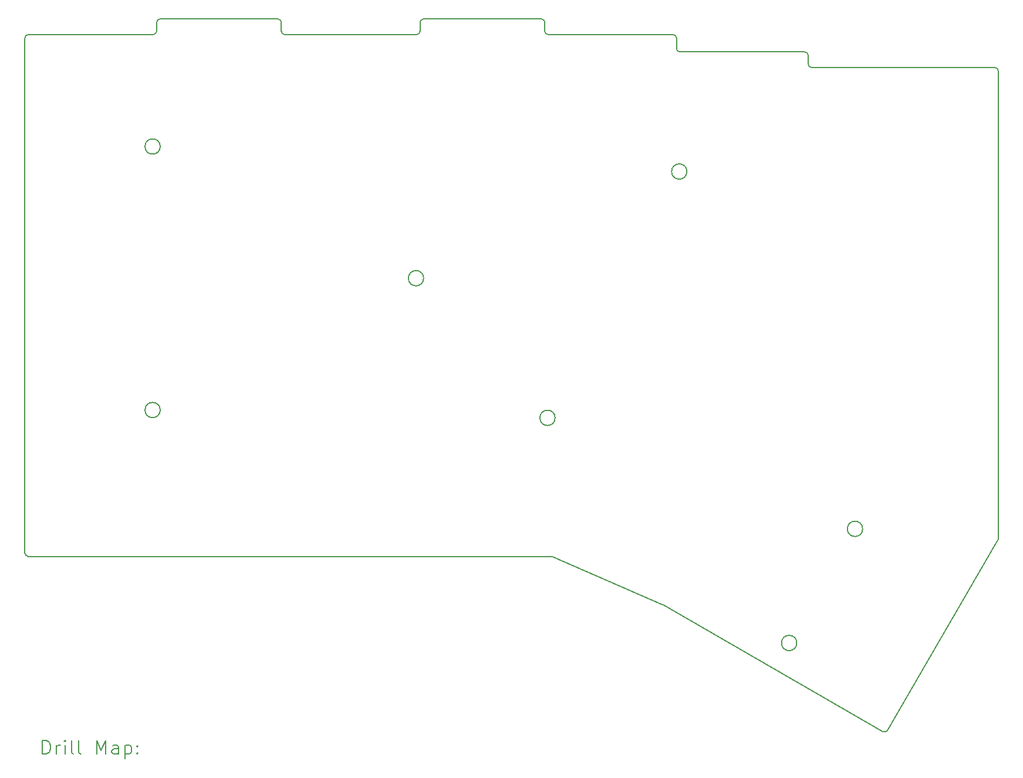
<source format=gbr>
%TF.GenerationSoftware,KiCad,Pcbnew,8.0.8+1*%
%TF.CreationDate,2025-06-17T15:49:18+00:00*%
%TF.ProjectId,backplate,6261636b-706c-4617-9465-2e6b69636164,0.2*%
%TF.SameCoordinates,Original*%
%TF.FileFunction,Drillmap*%
%TF.FilePolarity,Positive*%
%FSLAX45Y45*%
G04 Gerber Fmt 4.5, Leading zero omitted, Abs format (unit mm)*
G04 Created by KiCad (PCBNEW 8.0.8+1) date 2025-06-17 15:49:18*
%MOMM*%
%LPD*%
G01*
G04 APERTURE LIST*
%ADD10C,0.150000*%
%ADD11C,0.200000*%
G04 APERTURE END LIST*
D10*
X9108199Y-10874001D02*
X9108001Y-3449001D01*
X9158001Y-3399000D02*
X10958000Y-3399000D01*
X11008000Y-3349000D02*
X11008000Y-3223800D01*
X11058000Y-3173800D02*
X12758200Y-3173800D01*
X12808200Y-3223800D02*
X12808200Y-3349000D01*
X12858200Y-3399000D02*
X14758000Y-3399000D01*
X14808000Y-3349000D02*
X14808000Y-3223800D01*
X14858000Y-3173800D02*
X16558200Y-3173800D01*
X16608200Y-3223800D02*
X16608200Y-3349000D01*
X16658200Y-3399000D02*
X18458200Y-3399000D01*
X18508200Y-3449000D02*
X18508200Y-3598800D01*
X18558200Y-3648800D02*
X20358222Y-3648800D01*
X20408222Y-3698778D02*
X20408278Y-3824022D01*
X23119800Y-10734660D02*
X21553171Y-13431110D01*
X18316542Y-11620019D02*
X21484938Y-13449293D01*
X18311391Y-11617429D02*
X16717699Y-10928109D01*
X9158199Y-10924000D02*
X16697850Y-10924000D01*
X20458278Y-3874000D02*
X23101300Y-3874000D01*
X23151300Y-3924000D02*
X23151300Y-10666703D01*
X23144601Y-10691703D02*
X23119800Y-10734660D01*
X9108001Y-3449001D02*
G75*
G02*
X9158001Y-3399001I49999J1D01*
G01*
X11008000Y-3349000D02*
G75*
G02*
X10958000Y-3399000I-50000J0D01*
G01*
X11008000Y-3223800D02*
G75*
G02*
X11058000Y-3173800I50000J0D01*
G01*
X12758200Y-3173800D02*
G75*
G02*
X12808200Y-3223800I0J-50000D01*
G01*
X12858200Y-3399000D02*
G75*
G02*
X12808200Y-3349000I0J50000D01*
G01*
X14808000Y-3349000D02*
G75*
G02*
X14758000Y-3399000I-50000J0D01*
G01*
X14808000Y-3223800D02*
G75*
G02*
X14858000Y-3173800I50000J0D01*
G01*
X16558200Y-3173800D02*
G75*
G02*
X16608200Y-3223800I0J-50000D01*
G01*
X16658200Y-3399000D02*
G75*
G02*
X16608200Y-3349000I0J50000D01*
G01*
X18458200Y-3399000D02*
G75*
G02*
X18508200Y-3449000I0J-50000D01*
G01*
X18558200Y-3648800D02*
G75*
G02*
X18508200Y-3598800I0J50000D01*
G01*
X20358222Y-3648800D02*
G75*
G02*
X20408220Y-3698778I-2J-50000D01*
G01*
X20458278Y-3874000D02*
G75*
G02*
X20408280Y-3824022I2J50000D01*
G01*
X23101300Y-3874000D02*
G75*
G02*
X23151300Y-3924000I0J-50000D01*
G01*
X23151300Y-10666703D02*
G75*
G02*
X23144600Y-10691702I-50000J3D01*
G01*
X21553171Y-13431110D02*
G75*
G02*
X21484940Y-13449290I-43231J25120D01*
G01*
X18311391Y-11617429D02*
G75*
G02*
X18316542Y-11620019I-19851J-45891D01*
G01*
X16697850Y-10924000D02*
G75*
G02*
X16717699Y-10928109I0J-50000D01*
G01*
X9158199Y-10924000D02*
G75*
G02*
X9108200Y-10874001I1J50000D01*
G01*
X11060000Y-5012500D02*
G75*
G02*
X10840000Y-5012500I-110000J0D01*
G01*
X10840000Y-5012500D02*
G75*
G02*
X11060000Y-5012500I110000J0D01*
G01*
X11060000Y-8812500D02*
G75*
G02*
X10840000Y-8812500I-110000J0D01*
G01*
X10840000Y-8812500D02*
G75*
G02*
X11060000Y-8812500I110000J0D01*
G01*
X18656800Y-5373600D02*
G75*
G02*
X18436800Y-5373600I-110000J0D01*
G01*
X18436800Y-5373600D02*
G75*
G02*
X18656800Y-5373600I110000J0D01*
G01*
X14860000Y-6912500D02*
G75*
G02*
X14640000Y-6912500I-110000J0D01*
G01*
X14640000Y-6912500D02*
G75*
G02*
X14860000Y-6912500I110000J0D01*
G01*
X16756800Y-8926100D02*
G75*
G02*
X16536800Y-8926100I-110000J0D01*
G01*
X16536800Y-8926100D02*
G75*
G02*
X16756800Y-8926100I110000J0D01*
G01*
X21192724Y-10526276D02*
G75*
G02*
X20972724Y-10526276I-110000J0D01*
G01*
X20972724Y-10526276D02*
G75*
G02*
X21192724Y-10526276I110000J0D01*
G01*
X20242724Y-12171724D02*
G75*
G02*
X20022724Y-12171724I-110000J0D01*
G01*
X20022724Y-12171724D02*
G75*
G02*
X20242724Y-12171724I110000J0D01*
G01*
D11*
X9361278Y-13774973D02*
X9361278Y-13574973D01*
X9361278Y-13574973D02*
X9408897Y-13574973D01*
X9408897Y-13574973D02*
X9437469Y-13584497D01*
X9437469Y-13584497D02*
X9456516Y-13603545D01*
X9456516Y-13603545D02*
X9466040Y-13622592D01*
X9466040Y-13622592D02*
X9475564Y-13660687D01*
X9475564Y-13660687D02*
X9475564Y-13689259D01*
X9475564Y-13689259D02*
X9466040Y-13727354D01*
X9466040Y-13727354D02*
X9456516Y-13746402D01*
X9456516Y-13746402D02*
X9437469Y-13765449D01*
X9437469Y-13765449D02*
X9408897Y-13774973D01*
X9408897Y-13774973D02*
X9361278Y-13774973D01*
X9561278Y-13774973D02*
X9561278Y-13641640D01*
X9561278Y-13679735D02*
X9570802Y-13660687D01*
X9570802Y-13660687D02*
X9580326Y-13651164D01*
X9580326Y-13651164D02*
X9599373Y-13641640D01*
X9599373Y-13641640D02*
X9618421Y-13641640D01*
X9685088Y-13774973D02*
X9685088Y-13641640D01*
X9685088Y-13574973D02*
X9675564Y-13584497D01*
X9675564Y-13584497D02*
X9685088Y-13594021D01*
X9685088Y-13594021D02*
X9694611Y-13584497D01*
X9694611Y-13584497D02*
X9685088Y-13574973D01*
X9685088Y-13574973D02*
X9685088Y-13594021D01*
X9808897Y-13774973D02*
X9789850Y-13765449D01*
X9789850Y-13765449D02*
X9780326Y-13746402D01*
X9780326Y-13746402D02*
X9780326Y-13574973D01*
X9913659Y-13774973D02*
X9894611Y-13765449D01*
X9894611Y-13765449D02*
X9885088Y-13746402D01*
X9885088Y-13746402D02*
X9885088Y-13574973D01*
X10142231Y-13774973D02*
X10142231Y-13574973D01*
X10142231Y-13574973D02*
X10208897Y-13717830D01*
X10208897Y-13717830D02*
X10275564Y-13574973D01*
X10275564Y-13574973D02*
X10275564Y-13774973D01*
X10456516Y-13774973D02*
X10456516Y-13670211D01*
X10456516Y-13670211D02*
X10446992Y-13651164D01*
X10446992Y-13651164D02*
X10427945Y-13641640D01*
X10427945Y-13641640D02*
X10389850Y-13641640D01*
X10389850Y-13641640D02*
X10370802Y-13651164D01*
X10456516Y-13765449D02*
X10437469Y-13774973D01*
X10437469Y-13774973D02*
X10389850Y-13774973D01*
X10389850Y-13774973D02*
X10370802Y-13765449D01*
X10370802Y-13765449D02*
X10361278Y-13746402D01*
X10361278Y-13746402D02*
X10361278Y-13727354D01*
X10361278Y-13727354D02*
X10370802Y-13708307D01*
X10370802Y-13708307D02*
X10389850Y-13698783D01*
X10389850Y-13698783D02*
X10437469Y-13698783D01*
X10437469Y-13698783D02*
X10456516Y-13689259D01*
X10551754Y-13641640D02*
X10551754Y-13841640D01*
X10551754Y-13651164D02*
X10570802Y-13641640D01*
X10570802Y-13641640D02*
X10608897Y-13641640D01*
X10608897Y-13641640D02*
X10627945Y-13651164D01*
X10627945Y-13651164D02*
X10637469Y-13660687D01*
X10637469Y-13660687D02*
X10646992Y-13679735D01*
X10646992Y-13679735D02*
X10646992Y-13736878D01*
X10646992Y-13736878D02*
X10637469Y-13755926D01*
X10637469Y-13755926D02*
X10627945Y-13765449D01*
X10627945Y-13765449D02*
X10608897Y-13774973D01*
X10608897Y-13774973D02*
X10570802Y-13774973D01*
X10570802Y-13774973D02*
X10551754Y-13765449D01*
X10732707Y-13755926D02*
X10742231Y-13765449D01*
X10742231Y-13765449D02*
X10732707Y-13774973D01*
X10732707Y-13774973D02*
X10723183Y-13765449D01*
X10723183Y-13765449D02*
X10732707Y-13755926D01*
X10732707Y-13755926D02*
X10732707Y-13774973D01*
X10732707Y-13651164D02*
X10742231Y-13660687D01*
X10742231Y-13660687D02*
X10732707Y-13670211D01*
X10732707Y-13670211D02*
X10723183Y-13660687D01*
X10723183Y-13660687D02*
X10732707Y-13651164D01*
X10732707Y-13651164D02*
X10732707Y-13670211D01*
M02*

</source>
